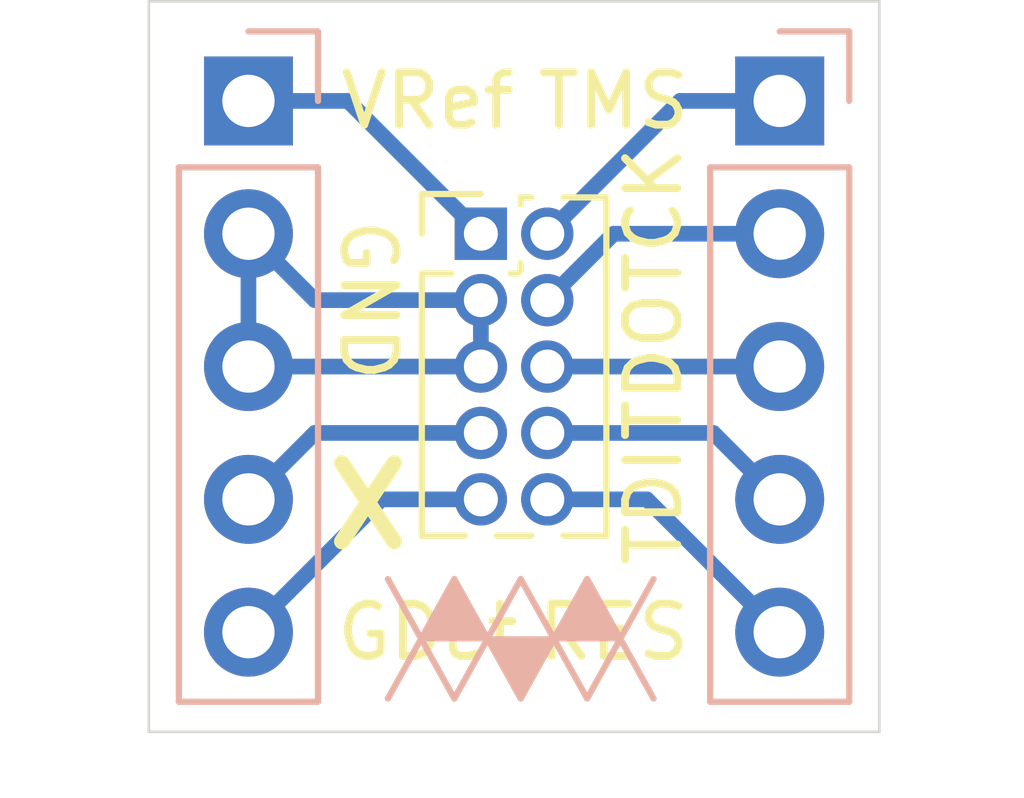
<source format=kicad_pcb>
(kicad_pcb (version 20171130) (host pcbnew "(5.1.2)-1")

  (general
    (thickness 1.6)
    (drawings 13)
    (tracks 20)
    (zones 0)
    (modules 4)
    (nets 9)
  )

  (page A4)
  (layers
    (0 F.Cu signal)
    (31 B.Cu signal)
    (32 B.Adhes user)
    (33 F.Adhes user)
    (34 B.Paste user)
    (35 F.Paste user)
    (36 B.SilkS user)
    (37 F.SilkS user)
    (38 B.Mask user)
    (39 F.Mask user)
    (40 Dwgs.User user)
    (41 Cmts.User user)
    (42 Eco1.User user)
    (43 Eco2.User user)
    (44 Edge.Cuts user)
    (45 Margin user)
    (46 B.CrtYd user)
    (47 F.CrtYd user)
    (48 B.Fab user)
    (49 F.Fab user)
  )

  (setup
    (last_trace_width 0.25)
    (user_trace_width 0.3)
    (trace_clearance 0.2)
    (zone_clearance 0.508)
    (zone_45_only no)
    (trace_min 0.2)
    (via_size 0.8)
    (via_drill 0.4)
    (via_min_size 0.4)
    (via_min_drill 0.3)
    (uvia_size 0.3)
    (uvia_drill 0.1)
    (uvias_allowed no)
    (uvia_min_size 0.2)
    (uvia_min_drill 0.1)
    (edge_width 0.05)
    (segment_width 0.2)
    (pcb_text_width 0.3)
    (pcb_text_size 1.5 1.5)
    (mod_edge_width 0.12)
    (mod_text_size 1 1)
    (mod_text_width 0.15)
    (pad_size 1.524 1.524)
    (pad_drill 0.762)
    (pad_to_mask_clearance 0.051)
    (solder_mask_min_width 0.25)
    (aux_axis_origin 0 0)
    (visible_elements 7FFFFFFF)
    (pcbplotparams
      (layerselection 0x010fc_ffffffff)
      (usegerberextensions false)
      (usegerberattributes false)
      (usegerberadvancedattributes false)
      (creategerberjobfile false)
      (excludeedgelayer true)
      (linewidth 0.100000)
      (plotframeref false)
      (viasonmask false)
      (mode 1)
      (useauxorigin false)
      (hpglpennumber 1)
      (hpglpenspeed 20)
      (hpglpendiameter 15.000000)
      (psnegative false)
      (psa4output false)
      (plotreference true)
      (plotvalue true)
      (plotinvisibletext false)
      (padsonsilk false)
      (subtractmaskfromsilk false)
      (outputformat 1)
      (mirror false)
      (drillshape 0)
      (scaleselection 1)
      (outputdirectory "gbr/"))
  )

  (net 0 "")
  (net 1 GNDDetect)
  (net 2 GND)
  (net 3 VTRef)
  (net 4 RESET)
  (net 5 NC_TDI)
  (net 6 SWO_TDO)
  (net 7 SWDCLK_TCK)
  (net 8 SWDIO_TMS)

  (net_class Default "This is the default net class."
    (clearance 0.2)
    (trace_width 0.25)
    (via_dia 0.8)
    (via_drill 0.4)
    (uvia_dia 0.3)
    (uvia_drill 0.1)
    (add_net GND)
    (add_net GNDDetect)
    (add_net NC_TDI)
    (add_net RESET)
    (add_net SWDCLK_TCK)
    (add_net SWDIO_TMS)
    (add_net SWO_TDO)
    (add_net VTRef)
  )

  (module Symbol:Logo_WM (layer B.Cu) (tedit 5EA02B73) (tstamp 5EAD057A)
    (at 152.527 114.427)
    (fp_text reference REF** (at 0 2.286) (layer B.SilkS) hide
      (effects (font (size 1 1) (thickness 0.15)) (justify mirror))
    )
    (fp_text value Logo_WM (at 0 -2.032) (layer B.Fab)
      (effects (font (size 1 1) (thickness 0.15)) (justify mirror))
    )
    (fp_poly (pts (xy 0.635 0) (xy 1.905 0) (xy 1.27 -1.143)) (layer B.SilkS) (width 0.1))
    (fp_poly (pts (xy -0.635 0) (xy 0.635 0) (xy 0 1.143)) (layer B.SilkS) (width 0.1))
    (fp_poly (pts (xy -1.905 0) (xy -0.635 0) (xy -1.27 -1.143)) (layer B.SilkS) (width 0.1))
    (fp_line (start 1.905 0) (end 2.54 -1.143) (layer B.SilkS) (width 0.12))
    (fp_line (start 2.54 1.143) (end 1.905 0) (layer B.SilkS) (width 0.12))
    (fp_line (start -2.54 -1.143) (end -1.905 0) (layer B.SilkS) (width 0.12))
    (fp_line (start -1.905 0) (end -2.54 1.143) (layer B.SilkS) (width 0.12))
    (fp_line (start -0.635 0) (end -1.27 1.143) (layer B.SilkS) (width 0.12))
    (fp_line (start -1.905 0) (end -1.27 -1.143) (layer B.SilkS) (width 0.12))
    (fp_line (start -1.27 1.143) (end -1.905 0) (layer B.SilkS) (width 0.12))
    (fp_line (start -1.27 -1.143) (end -0.635 0) (layer B.SilkS) (width 0.12))
    (fp_line (start 1.27 1.143) (end 0.635 0) (layer B.SilkS) (width 0.12))
    (fp_line (start 0.635 0) (end 1.27 -1.143) (layer B.SilkS) (width 0.12))
    (fp_line (start 1.27 -1.143) (end 1.905 0) (layer B.SilkS) (width 0.12))
    (fp_line (start 1.905 0) (end 1.27 1.143) (layer B.SilkS) (width 0.12))
    (fp_line (start 0.635 0) (end 0 1.143) (layer B.SilkS) (width 0.12))
    (fp_line (start 0 -1.143) (end 0.635 0) (layer B.SilkS) (width 0.12))
    (fp_line (start -0.635 0) (end 0 -1.143) (layer B.SilkS) (width 0.12))
    (fp_line (start 0 1.143) (end -0.635 0) (layer B.SilkS) (width 0.12))
  )

  (module Connector_PinHeader_1.27mm:PinHeader_2x05_P1.27mm_Vertical (layer F.Cu) (tedit 59FED6E3) (tstamp 5EACF9EE)
    (at 151.765 106.68)
    (descr "Through hole straight pin header, 2x05, 1.27mm pitch, double rows")
    (tags "Through hole pin header THT 2x05 1.27mm double row")
    (path /5EACB6A4)
    (fp_text reference J3 (at 0 -4.235) (layer F.SilkS) hide
      (effects (font (size 1 1) (thickness 0.15)))
    )
    (fp_text value Conn_ARM_JTAG_SWD_10 (at 0 4.235) (layer F.Fab)
      (effects (font (size 1 1) (thickness 0.15)))
    )
    (fp_text user %R (at 0 0 90) (layer F.Fab)
      (effects (font (size 1 1) (thickness 0.15)))
    )
    (fp_line (start 2.85 -1.15) (end -1.6 -1.15) (layer F.CrtYd) (width 0.05))
    (fp_line (start 2.85 6.25) (end 2.85 -1.15) (layer F.CrtYd) (width 0.05))
    (fp_line (start -1.6 6.25) (end 2.85 6.25) (layer F.CrtYd) (width 0.05))
    (fp_line (start -1.6 -1.15) (end -1.6 6.25) (layer F.CrtYd) (width 0.05))
    (fp_line (start -1.13 -0.76) (end 0 -0.76) (layer F.SilkS) (width 0.12))
    (fp_line (start -1.13 0) (end -1.13 -0.76) (layer F.SilkS) (width 0.12))
    (fp_line (start 1.57753 -0.695) (end 2.4 -0.695) (layer F.SilkS) (width 0.12))
    (fp_line (start 0.76 -0.695) (end 0.96247 -0.695) (layer F.SilkS) (width 0.12))
    (fp_line (start 0.76 -0.563471) (end 0.76 -0.695) (layer F.SilkS) (width 0.12))
    (fp_line (start 0.76 0.706529) (end 0.76 0.563471) (layer F.SilkS) (width 0.12))
    (fp_line (start 0.563471 0.76) (end 0.706529 0.76) (layer F.SilkS) (width 0.12))
    (fp_line (start -1.13 0.76) (end -0.563471 0.76) (layer F.SilkS) (width 0.12))
    (fp_line (start 2.4 -0.695) (end 2.4 5.775) (layer F.SilkS) (width 0.12))
    (fp_line (start -1.13 0.76) (end -1.13 5.775) (layer F.SilkS) (width 0.12))
    (fp_line (start 0.30753 5.775) (end 0.96247 5.775) (layer F.SilkS) (width 0.12))
    (fp_line (start 1.57753 5.775) (end 2.4 5.775) (layer F.SilkS) (width 0.12))
    (fp_line (start -1.13 5.775) (end -0.30753 5.775) (layer F.SilkS) (width 0.12))
    (fp_line (start -1.07 0.2175) (end -0.2175 -0.635) (layer F.Fab) (width 0.1))
    (fp_line (start -1.07 5.715) (end -1.07 0.2175) (layer F.Fab) (width 0.1))
    (fp_line (start 2.34 5.715) (end -1.07 5.715) (layer F.Fab) (width 0.1))
    (fp_line (start 2.34 -0.635) (end 2.34 5.715) (layer F.Fab) (width 0.1))
    (fp_line (start -0.2175 -0.635) (end 2.34 -0.635) (layer F.Fab) (width 0.1))
    (pad 10 thru_hole oval (at 1.27 5.08) (size 1 1) (drill 0.65) (layers *.Cu *.Mask)
      (net 4 RESET))
    (pad 9 thru_hole oval (at 0 5.08) (size 1 1) (drill 0.65) (layers *.Cu *.Mask)
      (net 1 GNDDetect))
    (pad 8 thru_hole oval (at 1.27 3.81) (size 1 1) (drill 0.65) (layers *.Cu *.Mask)
      (net 5 NC_TDI))
    (pad 7 thru_hole oval (at 0 3.81) (size 1 1) (drill 0.65) (layers *.Cu *.Mask))
    (pad 6 thru_hole oval (at 1.27 2.54) (size 1 1) (drill 0.65) (layers *.Cu *.Mask)
      (net 6 SWO_TDO))
    (pad 5 thru_hole oval (at 0 2.54) (size 1 1) (drill 0.65) (layers *.Cu *.Mask)
      (net 2 GND))
    (pad 4 thru_hole oval (at 1.27 1.27) (size 1 1) (drill 0.65) (layers *.Cu *.Mask)
      (net 7 SWDCLK_TCK))
    (pad 3 thru_hole oval (at 0 1.27) (size 1 1) (drill 0.65) (layers *.Cu *.Mask)
      (net 2 GND))
    (pad 2 thru_hole oval (at 1.27 0) (size 1 1) (drill 0.65) (layers *.Cu *.Mask)
      (net 8 SWDIO_TMS))
    (pad 1 thru_hole rect (at 0 0) (size 1 1) (drill 0.65) (layers *.Cu *.Mask)
      (net 3 VTRef))
    (model ${KISYS3DMOD}/Connector_PinHeader_1.27mm.3dshapes/PinHeader_2x05_P1.27mm_Vertical.wrl
      (at (xyz 0 0 0))
      (scale (xyz 1 1 1))
      (rotate (xyz 0 0 0))
    )
  )

  (module Connector_PinHeader_2.54mm:PinHeader_1x05_P2.54mm_Vertical (layer B.Cu) (tedit 59FED5CC) (tstamp 5EACF9B1)
    (at 157.48 104.14 180)
    (descr "Through hole straight pin header, 1x05, 2.54mm pitch, single row")
    (tags "Through hole pin header THT 1x05 2.54mm single row")
    (path /5EACDA7F)
    (fp_text reference J2 (at 0 2.33) (layer B.SilkS) hide
      (effects (font (size 1 1) (thickness 0.15)) (justify mirror))
    )
    (fp_text value Conn_01x05 (at 0 -12.49) (layer B.Fab)
      (effects (font (size 1 1) (thickness 0.15)) (justify mirror))
    )
    (fp_text user %R (at 0 -5.08 270) (layer B.Fab)
      (effects (font (size 1 1) (thickness 0.15)) (justify mirror))
    )
    (fp_line (start 1.8 1.8) (end -1.8 1.8) (layer B.CrtYd) (width 0.05))
    (fp_line (start 1.8 -11.95) (end 1.8 1.8) (layer B.CrtYd) (width 0.05))
    (fp_line (start -1.8 -11.95) (end 1.8 -11.95) (layer B.CrtYd) (width 0.05))
    (fp_line (start -1.8 1.8) (end -1.8 -11.95) (layer B.CrtYd) (width 0.05))
    (fp_line (start -1.33 1.33) (end 0 1.33) (layer B.SilkS) (width 0.12))
    (fp_line (start -1.33 0) (end -1.33 1.33) (layer B.SilkS) (width 0.12))
    (fp_line (start -1.33 -1.27) (end 1.33 -1.27) (layer B.SilkS) (width 0.12))
    (fp_line (start 1.33 -1.27) (end 1.33 -11.49) (layer B.SilkS) (width 0.12))
    (fp_line (start -1.33 -1.27) (end -1.33 -11.49) (layer B.SilkS) (width 0.12))
    (fp_line (start -1.33 -11.49) (end 1.33 -11.49) (layer B.SilkS) (width 0.12))
    (fp_line (start -1.27 0.635) (end -0.635 1.27) (layer B.Fab) (width 0.1))
    (fp_line (start -1.27 -11.43) (end -1.27 0.635) (layer B.Fab) (width 0.1))
    (fp_line (start 1.27 -11.43) (end -1.27 -11.43) (layer B.Fab) (width 0.1))
    (fp_line (start 1.27 1.27) (end 1.27 -11.43) (layer B.Fab) (width 0.1))
    (fp_line (start -0.635 1.27) (end 1.27 1.27) (layer B.Fab) (width 0.1))
    (pad 5 thru_hole oval (at 0 -10.16 180) (size 1.7 1.7) (drill 1) (layers *.Cu *.Mask)
      (net 4 RESET))
    (pad 4 thru_hole oval (at 0 -7.62 180) (size 1.7 1.7) (drill 1) (layers *.Cu *.Mask)
      (net 5 NC_TDI))
    (pad 3 thru_hole oval (at 0 -5.08 180) (size 1.7 1.7) (drill 1) (layers *.Cu *.Mask)
      (net 6 SWO_TDO))
    (pad 2 thru_hole oval (at 0 -2.54 180) (size 1.7 1.7) (drill 1) (layers *.Cu *.Mask)
      (net 7 SWDCLK_TCK))
    (pad 1 thru_hole rect (at 0 0 180) (size 1.7 1.7) (drill 1) (layers *.Cu *.Mask)
      (net 8 SWDIO_TMS))
    (model ${KISYS3DMOD}/Connector_PinHeader_2.54mm.3dshapes/PinHeader_1x05_P2.54mm_Vertical.wrl
      (at (xyz 0 0 0))
      (scale (xyz 1 1 1))
      (rotate (xyz 0 0 0))
    )
  )

  (module Connector_PinHeader_2.54mm:PinHeader_1x05_P2.54mm_Vertical (layer B.Cu) (tedit 59FED5CC) (tstamp 5EACF998)
    (at 147.32 104.14 180)
    (descr "Through hole straight pin header, 1x05, 2.54mm pitch, single row")
    (tags "Through hole pin header THT 1x05 2.54mm single row")
    (path /5EACD40A)
    (fp_text reference J1 (at 0 2.33) (layer B.SilkS) hide
      (effects (font (size 1 1) (thickness 0.15)) (justify mirror))
    )
    (fp_text value Conn_01x05 (at 0 -12.49) (layer B.Fab)
      (effects (font (size 1 1) (thickness 0.15)) (justify mirror))
    )
    (fp_text user %R (at 0 -5.08 270) (layer B.Fab)
      (effects (font (size 1 1) (thickness 0.15)) (justify mirror))
    )
    (fp_line (start 1.8 1.8) (end -1.8 1.8) (layer B.CrtYd) (width 0.05))
    (fp_line (start 1.8 -11.95) (end 1.8 1.8) (layer B.CrtYd) (width 0.05))
    (fp_line (start -1.8 -11.95) (end 1.8 -11.95) (layer B.CrtYd) (width 0.05))
    (fp_line (start -1.8 1.8) (end -1.8 -11.95) (layer B.CrtYd) (width 0.05))
    (fp_line (start -1.33 1.33) (end 0 1.33) (layer B.SilkS) (width 0.12))
    (fp_line (start -1.33 0) (end -1.33 1.33) (layer B.SilkS) (width 0.12))
    (fp_line (start -1.33 -1.27) (end 1.33 -1.27) (layer B.SilkS) (width 0.12))
    (fp_line (start 1.33 -1.27) (end 1.33 -11.49) (layer B.SilkS) (width 0.12))
    (fp_line (start -1.33 -1.27) (end -1.33 -11.49) (layer B.SilkS) (width 0.12))
    (fp_line (start -1.33 -11.49) (end 1.33 -11.49) (layer B.SilkS) (width 0.12))
    (fp_line (start -1.27 0.635) (end -0.635 1.27) (layer B.Fab) (width 0.1))
    (fp_line (start -1.27 -11.43) (end -1.27 0.635) (layer B.Fab) (width 0.1))
    (fp_line (start 1.27 -11.43) (end -1.27 -11.43) (layer B.Fab) (width 0.1))
    (fp_line (start 1.27 1.27) (end 1.27 -11.43) (layer B.Fab) (width 0.1))
    (fp_line (start -0.635 1.27) (end 1.27 1.27) (layer B.Fab) (width 0.1))
    (pad 5 thru_hole oval (at 0 -10.16 180) (size 1.7 1.7) (drill 1) (layers *.Cu *.Mask)
      (net 1 GNDDetect))
    (pad 4 thru_hole oval (at 0 -7.62 180) (size 1.7 1.7) (drill 1) (layers *.Cu *.Mask))
    (pad 3 thru_hole oval (at 0 -5.08 180) (size 1.7 1.7) (drill 1) (layers *.Cu *.Mask)
      (net 2 GND))
    (pad 2 thru_hole oval (at 0 -2.54 180) (size 1.7 1.7) (drill 1) (layers *.Cu *.Mask)
      (net 2 GND))
    (pad 1 thru_hole rect (at 0 0 180) (size 1.7 1.7) (drill 1) (layers *.Cu *.Mask)
      (net 3 VTRef))
    (model ${KISYS3DMOD}/Connector_PinHeader_2.54mm.3dshapes/PinHeader_1x05_P2.54mm_Vertical.wrl
      (at (xyz 0 0 0))
      (scale (xyz 1 1 1))
      (rotate (xyz 0 0 0))
    )
  )

  (gr_text X (at 149.606 111.887) (layer F.SilkS)
    (effects (font (size 1.5 1.5) (thickness 0.3)))
  )
  (gr_text TDI (at 155.067 111.887 90) (layer F.SilkS)
    (effects (font (size 1 1) (thickness 0.15)))
  )
  (gr_text TDO (at 155.067 109.22 90) (layer F.SilkS)
    (effects (font (size 1 1) (thickness 0.15)))
  )
  (gr_text TCK (at 155.067 106.426 90) (layer F.SilkS)
    (effects (font (size 1 1) (thickness 0.15)))
  )
  (gr_text RES (at 154.305 114.3) (layer F.SilkS)
    (effects (font (size 1 1) (thickness 0.15)))
  )
  (gr_text GDet (at 150.749 114.3) (layer F.SilkS)
    (effects (font (size 1 1) (thickness 0.15)))
  )
  (gr_text GND (at 149.606 107.95 270) (layer F.SilkS)
    (effects (font (size 1 1) (thickness 0.15)))
  )
  (gr_text TMS (at 154.305 104.14) (layer F.SilkS)
    (effects (font (size 1 1) (thickness 0.15)))
  )
  (gr_text VRef (at 150.749 104.14) (layer F.SilkS)
    (effects (font (size 1 1) (thickness 0.15)))
  )
  (gr_line (start 145.415 116.205) (end 145.415 102.235) (layer Edge.Cuts) (width 0.05) (tstamp 5EAD01C4))
  (gr_line (start 159.385 116.205) (end 145.415 116.205) (layer Edge.Cuts) (width 0.05))
  (gr_line (start 159.385 102.235) (end 159.385 116.205) (layer Edge.Cuts) (width 0.05))
  (gr_line (start 145.415 102.235) (end 159.385 102.235) (layer Edge.Cuts) (width 0.05))

  (segment (start 148.59 110.49) (end 147.32 111.76) (width 0.3) (layer B.Cu) (net 0))
  (segment (start 151.765 110.49) (end 148.59 110.49) (width 0.3) (layer B.Cu) (net 0))
  (segment (start 149.86 111.76) (end 147.32 114.3) (width 0.3) (layer B.Cu) (net 1))
  (segment (start 151.765 111.76) (end 149.86 111.76) (width 0.3) (layer B.Cu) (net 1))
  (segment (start 148.59 107.95) (end 147.32 106.68) (width 0.3) (layer B.Cu) (net 2))
  (segment (start 151.765 107.95) (end 148.59 107.95) (width 0.3) (layer B.Cu) (net 2))
  (segment (start 147.32 106.68) (end 147.32 109.22) (width 0.3) (layer B.Cu) (net 2))
  (segment (start 147.32 109.22) (end 151.765 109.22) (width 0.3) (layer B.Cu) (net 2))
  (segment (start 151.765 107.95) (end 151.765 109.22) (width 0.3) (layer B.Cu) (net 2))
  (segment (start 149.225 104.14) (end 151.765 106.68) (width 0.3) (layer B.Cu) (net 3))
  (segment (start 147.32 104.14) (end 149.225 104.14) (width 0.3) (layer B.Cu) (net 3))
  (segment (start 154.94 111.76) (end 157.48 114.3) (width 0.3) (layer B.Cu) (net 4))
  (segment (start 153.035 111.76) (end 154.94 111.76) (width 0.3) (layer B.Cu) (net 4))
  (segment (start 156.21 110.49) (end 157.48 111.76) (width 0.3) (layer B.Cu) (net 5))
  (segment (start 153.035 110.49) (end 156.21 110.49) (width 0.3) (layer B.Cu) (net 5))
  (segment (start 153.035 109.22) (end 157.48 109.22) (width 0.3) (layer B.Cu) (net 6))
  (segment (start 154.305 106.68) (end 153.035 107.95) (width 0.3) (layer B.Cu) (net 7))
  (segment (start 157.48 106.68) (end 154.305 106.68) (width 0.3) (layer B.Cu) (net 7))
  (segment (start 155.575 104.14) (end 153.035 106.68) (width 0.3) (layer B.Cu) (net 8))
  (segment (start 157.48 104.14) (end 155.575 104.14) (width 0.3) (layer B.Cu) (net 8))

)

</source>
